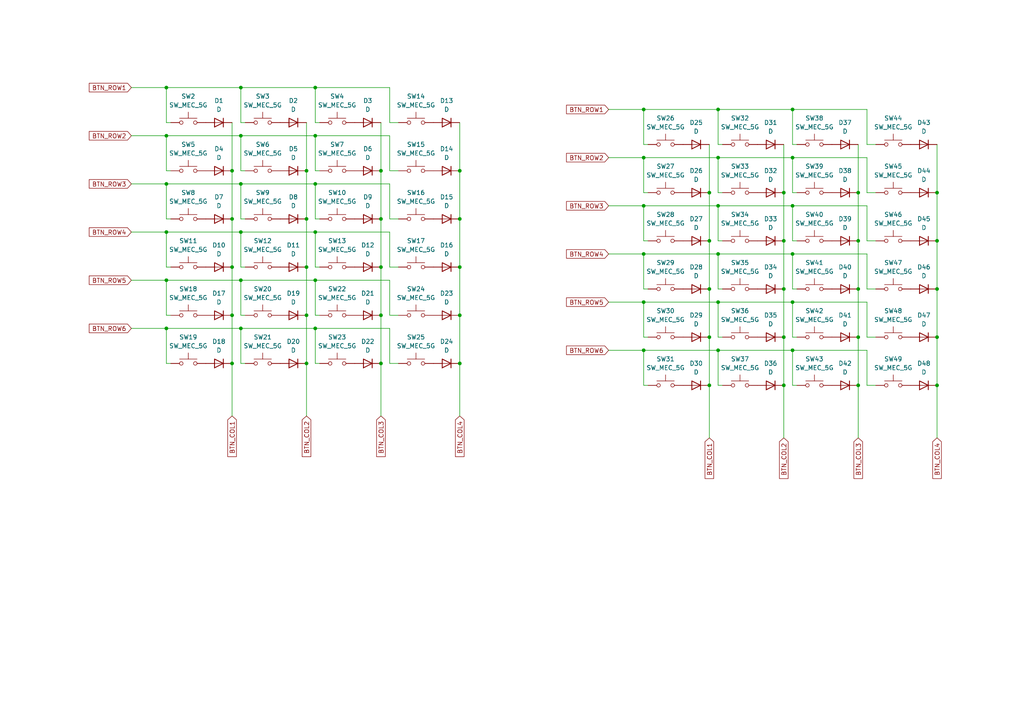
<source format=kicad_sch>
(kicad_sch (version 20231120) (generator "eeschema") (generator_version "8.0")
  (paper "A4")
  (lib_symbols
    (symbol "Device:D" (pin_numbers hide) (pin_names (offset 1.016) hide)
      (property "Reference" "D" (at 0 2.54 0))
      (property "Value" "D" (at 0 -2.54 0))
      (symbol "D_0_1"
        (polyline (pts (xy -1.27 1.27) (xy -1.27 -1.27)) (stroke (width 0.254)))
        (polyline (pts (xy 1.27 0) (xy -1.27 0)))
        (polyline (pts (xy 1.27 1.27) (xy 1.27 -1.27) (xy -1.27 0) (xy 1.27 1.27)) (stroke (width 0.254)))
      )
      (symbol "D_1_1"
        (pin passive line (at -3.81 0 0) (length 2.54) (name "K") (number "1"))
        (pin passive line (at 3.81 0 180) (length 2.54) (name "A") (number "2"))
      )
    )
    (symbol "Switch:SW_MEC_5G" (pin_numbers hide) (pin_names (offset 1.016) hide)
      (property "Reference" "SW" (at 1.27 2.54 0))
      (property "Value" "SW_MEC_5G" (at 0 -1.524 0))
      (symbol "SW_MEC_5G_0_1"
        (circle (center -2.032 0) (radius 0.508))
        (polyline (pts (xy 0 1.27) (xy 0 3.048)))
        (polyline (pts (xy 2.54 1.27) (xy -2.54 1.27)))
        (circle (center 2.032 0) (radius 0.508))
        (pin passive line (at -5.08 0 0) (length 2.54) (name "A") (number "1"))
        (pin passive line (at 5.08 0 180) (length 2.54) (name "B") (number "3"))
      )
      (symbol "SW_MEC_5G_1_1"
        (pin passive line (at -5.08 0 0) (length 2.54) hide (name "A") (number "2"))
        (pin passive line (at 5.08 0 180) (length 2.54) hide (name "B") (number "4"))
      )
    )
  )
  (junction (at 133.35 77.47))
  (junction (at 48.26 81.28))
  (junction (at 88.9 77.47))
  (junction (at 208.28 45.72))
  (junction (at 227.33 69.85))
  (junction (at 271.78 55.88))
  (junction (at 229.87 73.66))
  (junction (at 248.92 111.76))
  (junction (at 205.74 69.85))
  (junction (at 69.85 95.25))
  (junction (at 91.44 95.25))
  (junction (at 208.28 59.69))
  (junction (at 186.69 101.6))
  (junction (at 69.85 39.37))
  (junction (at 248.92 83.82))
  (junction (at 69.85 81.28))
  (junction (at 229.87 87.63))
  (junction (at 205.74 97.79))
  (junction (at 67.31 63.5))
  (junction (at 91.44 81.28))
  (junction (at 69.85 53.34))
  (junction (at 67.31 105.41))
  (junction (at 186.69 31.75))
  (junction (at 91.44 25.4))
  (junction (at 91.44 67.31))
  (junction (at 133.35 105.41))
  (junction (at 67.31 77.47))
  (junction (at 88.9 91.44))
  (junction (at 110.49 77.47))
  (junction (at 67.31 49.53))
  (junction (at 67.31 91.44))
  (junction (at 91.44 53.34))
  (junction (at 271.78 83.82))
  (junction (at 88.9 63.5))
  (junction (at 48.26 95.25))
  (junction (at 69.85 67.31))
  (junction (at 133.35 63.5))
  (junction (at 88.9 105.41))
  (junction (at 133.35 49.53))
  (junction (at 227.33 97.79))
  (junction (at 205.74 83.82))
  (junction (at 208.28 31.75))
  (junction (at 186.69 59.69))
  (junction (at 110.49 63.5))
  (junction (at 91.44 39.37))
  (junction (at 229.87 59.69))
  (junction (at 229.87 45.72))
  (junction (at 110.49 49.53))
  (junction (at 133.35 91.44))
  (junction (at 208.28 101.6))
  (junction (at 186.69 73.66))
  (junction (at 88.9 49.53))
  (junction (at 208.28 87.63))
  (junction (at 229.87 31.75))
  (junction (at 110.49 105.41))
  (junction (at 229.87 101.6))
  (junction (at 205.74 55.88))
  (junction (at 110.49 91.44))
  (junction (at 186.69 45.72))
  (junction (at 208.28 73.66))
  (junction (at 69.85 25.4))
  (junction (at 48.26 39.37))
  (junction (at 48.26 25.4))
  (junction (at 227.33 111.76))
  (junction (at 271.78 69.85))
  (junction (at 48.26 53.34))
  (junction (at 186.69 87.63))
  (junction (at 48.26 67.31))
  (junction (at 271.78 111.76))
  (junction (at 227.33 83.82))
  (junction (at 205.74 111.76))
  (junction (at 248.92 97.79))
  (junction (at 248.92 55.88))
  (junction (at 271.78 97.79))
  (junction (at 227.33 55.88))
  (junction (at 248.92 69.85))
  (wire (pts (xy 48.26 63.5) (xy 49.53 63.5)))
  (wire (pts (xy 229.87 83.82) (xy 231.14 83.82)))
  (wire (pts (xy 113.03 67.31) (xy 91.44 67.31)))
  (wire (pts (xy 88.9 77.47) (xy 88.9 91.44)))
  (wire (pts (xy 69.85 95.25) (xy 48.26 95.25)))
  (wire (pts (xy 133.35 105.41) (xy 133.35 120.65)))
  (wire (pts (xy 48.26 35.56) (xy 49.53 35.56)))
  (wire (pts (xy 227.33 83.82) (xy 227.33 97.79)))
  (wire (pts (xy 251.46 69.85) (xy 254 69.85)))
  (wire (pts (xy 251.46 87.63) (xy 229.87 87.63)))
  (wire (pts (xy 38.1 81.28) (xy 48.26 81.28)))
  (wire (pts (xy 271.78 55.88) (xy 271.78 69.85)))
  (wire (pts (xy 227.33 41.91) (xy 227.33 55.88)))
  (wire (pts (xy 229.87 101.6) (xy 208.28 101.6)))
  (wire (pts (xy 176.53 101.6) (xy 186.69 101.6)))
  (wire (pts (xy 67.31 77.47) (xy 67.31 91.44)))
  (wire (pts (xy 113.03 63.5) (xy 115.57 63.5)))
  (wire (pts (xy 88.9 35.56) (xy 88.9 49.53)))
  (wire (pts (xy 69.85 39.37) (xy 48.26 39.37)))
  (wire (pts (xy 229.87 111.76) (xy 231.14 111.76)))
  (wire (pts (xy 229.87 41.91) (xy 229.87 31.75)))
  (wire (pts (xy 229.87 97.79) (xy 231.14 97.79)))
  (wire (pts (xy 113.03 77.47) (xy 115.57 77.47)))
  (wire (pts (xy 227.33 111.76) (xy 227.33 127)))
  (wire (pts (xy 186.69 111.76) (xy 187.96 111.76)))
  (wire (pts (xy 176.53 73.66) (xy 186.69 73.66)))
  (wire (pts (xy 208.28 101.6) (xy 186.69 101.6)))
  (wire (pts (xy 251.46 55.88) (xy 254 55.88)))
  (wire (pts (xy 133.35 91.44) (xy 133.35 105.41)))
  (wire (pts (xy 176.53 59.69) (xy 186.69 59.69)))
  (wire (pts (xy 186.69 83.82) (xy 186.69 73.66)))
  (wire (pts (xy 251.46 69.85) (xy 251.46 59.69)))
  (wire (pts (xy 67.31 91.44) (xy 67.31 105.41)))
  (wire (pts (xy 186.69 41.91) (xy 187.96 41.91)))
  (wire (pts (xy 271.78 97.79) (xy 271.78 111.76)))
  (wire (pts (xy 113.03 95.25) (xy 91.44 95.25)))
  (wire (pts (xy 176.53 87.63) (xy 186.69 87.63)))
  (wire (pts (xy 208.28 97.79) (xy 208.28 87.63)))
  (wire (pts (xy 113.03 91.44) (xy 113.03 81.28)))
  (wire (pts (xy 227.33 69.85) (xy 227.33 83.82)))
  (wire (pts (xy 113.03 105.41) (xy 113.03 95.25)))
  (wire (pts (xy 205.74 55.88) (xy 205.74 69.85)))
  (wire (pts (xy 271.78 111.76) (xy 271.78 127)))
  (wire (pts (xy 271.78 69.85) (xy 271.78 83.82)))
  (wire (pts (xy 110.49 77.47) (xy 110.49 91.44)))
  (wire (pts (xy 91.44 91.44) (xy 92.71 91.44)))
  (wire (pts (xy 69.85 49.53) (xy 69.85 39.37)))
  (wire (pts (xy 48.26 77.47) (xy 49.53 77.47)))
  (wire (pts (xy 229.87 73.66) (xy 208.28 73.66)))
  (wire (pts (xy 229.87 69.85) (xy 231.14 69.85)))
  (wire (pts (xy 251.46 41.91) (xy 251.46 31.75)))
  (wire (pts (xy 133.35 63.5) (xy 133.35 77.47)))
  (wire (pts (xy 229.87 97.79) (xy 229.87 87.63)))
  (wire (pts (xy 110.49 105.41) (xy 110.49 120.65)))
  (wire (pts (xy 208.28 31.75) (xy 186.69 31.75)))
  (wire (pts (xy 229.87 55.88) (xy 231.14 55.88)))
  (wire (pts (xy 110.49 91.44) (xy 110.49 105.41)))
  (wire (pts (xy 38.1 39.37) (xy 48.26 39.37)))
  (wire (pts (xy 113.03 53.34) (xy 91.44 53.34)))
  (wire (pts (xy 88.9 91.44) (xy 88.9 105.41)))
  (wire (pts (xy 205.74 111.76) (xy 205.74 127)))
  (wire (pts (xy 229.87 69.85) (xy 229.87 59.69)))
  (wire (pts (xy 208.28 41.91) (xy 209.55 41.91)))
  (wire (pts (xy 91.44 53.34) (xy 69.85 53.34)))
  (wire (pts (xy 186.69 111.76) (xy 186.69 101.6)))
  (wire (pts (xy 208.28 69.85) (xy 209.55 69.85)))
  (wire (pts (xy 208.28 111.76) (xy 209.55 111.76)))
  (wire (pts (xy 67.31 35.56) (xy 67.31 49.53)))
  (wire (pts (xy 205.74 41.91) (xy 205.74 55.88)))
  (wire (pts (xy 113.03 81.28) (xy 91.44 81.28)))
  (wire (pts (xy 91.44 35.56) (xy 92.71 35.56)))
  (wire (pts (xy 251.46 73.66) (xy 229.87 73.66)))
  (wire (pts (xy 69.85 25.4) (xy 48.26 25.4)))
  (wire (pts (xy 91.44 95.25) (xy 69.85 95.25)))
  (wire (pts (xy 91.44 77.47) (xy 91.44 67.31)))
  (wire (pts (xy 91.44 35.56) (xy 91.44 25.4)))
  (wire (pts (xy 251.46 31.75) (xy 229.87 31.75)))
  (wire (pts (xy 208.28 55.88) (xy 209.55 55.88)))
  (wire (pts (xy 38.1 67.31) (xy 48.26 67.31)))
  (wire (pts (xy 227.33 55.88) (xy 227.33 69.85)))
  (wire (pts (xy 69.85 105.41) (xy 71.12 105.41)))
  (wire (pts (xy 88.9 105.41) (xy 88.9 120.65)))
  (wire (pts (xy 208.28 45.72) (xy 186.69 45.72)))
  (wire (pts (xy 251.46 41.91) (xy 254 41.91)))
  (wire (pts (xy 208.28 59.69) (xy 186.69 59.69)))
  (wire (pts (xy 91.44 81.28) (xy 69.85 81.28)))
  (wire (pts (xy 186.69 97.79) (xy 187.96 97.79)))
  (wire (pts (xy 208.28 97.79) (xy 209.55 97.79)))
  (wire (pts (xy 88.9 49.53) (xy 88.9 63.5)))
  (wire (pts (xy 248.92 111.76) (xy 248.92 127)))
  (wire (pts (xy 88.9 63.5) (xy 88.9 77.47)))
  (wire (pts (xy 48.26 105.41) (xy 49.53 105.41)))
  (wire (pts (xy 69.85 49.53) (xy 71.12 49.53)))
  (wire (pts (xy 67.31 105.41) (xy 67.31 120.65)))
  (wire (pts (xy 113.03 49.53) (xy 113.03 39.37)))
  (wire (pts (xy 251.46 45.72) (xy 229.87 45.72)))
  (wire (pts (xy 186.69 83.82) (xy 187.96 83.82)))
  (wire (pts (xy 208.28 83.82) (xy 209.55 83.82)))
  (wire (pts (xy 208.28 69.85) (xy 208.28 59.69)))
  (wire (pts (xy 248.92 41.91) (xy 248.92 55.88)))
  (wire (pts (xy 91.44 39.37) (xy 69.85 39.37)))
  (wire (pts (xy 113.03 77.47) (xy 113.03 67.31)))
  (wire (pts (xy 205.74 83.82) (xy 205.74 97.79)))
  (wire (pts (xy 271.78 41.91) (xy 271.78 55.88)))
  (wire (pts (xy 69.85 67.31) (xy 48.26 67.31)))
  (wire (pts (xy 113.03 91.44) (xy 115.57 91.44)))
  (wire (pts (xy 110.49 63.5) (xy 110.49 77.47)))
  (wire (pts (xy 251.46 97.79) (xy 254 97.79)))
  (wire (pts (xy 229.87 41.91) (xy 231.14 41.91)))
  (wire (pts (xy 208.28 83.82) (xy 208.28 73.66)))
  (wire (pts (xy 271.78 83.82) (xy 271.78 97.79)))
  (wire (pts (xy 251.46 83.82) (xy 254 83.82)))
  (wire (pts (xy 113.03 63.5) (xy 113.03 53.34)))
  (wire (pts (xy 91.44 63.5) (xy 92.71 63.5)))
  (wire (pts (xy 67.31 49.53) (xy 67.31 63.5)))
  (wire (pts (xy 69.85 35.56) (xy 71.12 35.56)))
  (wire (pts (xy 48.26 39.37) (xy 48.26 49.53)))
  (wire (pts (xy 48.26 25.4) (xy 38.1 25.4)))
  (wire (pts (xy 248.92 55.88) (xy 248.92 69.85)))
  (wire (pts (xy 133.35 49.53) (xy 133.35 63.5)))
  (wire (pts (xy 251.46 59.69) (xy 229.87 59.69)))
  (wire (pts (xy 205.74 69.85) (xy 205.74 83.82)))
  (wire (pts (xy 91.44 77.47) (xy 92.71 77.47)))
  (wire (pts (xy 113.03 25.4) (xy 91.44 25.4)))
  (wire (pts (xy 227.33 97.79) (xy 227.33 111.76)))
  (wire (pts (xy 38.1 95.25) (xy 48.26 95.25)))
  (wire (pts (xy 113.03 35.56) (xy 113.03 25.4)))
  (wire (pts (xy 208.28 55.88) (xy 208.28 45.72)))
  (wire (pts (xy 251.46 111.76) (xy 254 111.76)))
  (wire (pts (xy 48.26 35.56) (xy 48.26 25.4)))
  (wire (pts (xy 229.87 59.69) (xy 208.28 59.69)))
  (wire (pts (xy 208.28 41.91) (xy 208.28 31.75)))
  (wire (pts (xy 48.26 77.47) (xy 48.26 67.31)))
  (wire (pts (xy 248.92 83.82) (xy 248.92 97.79)))
  (wire (pts (xy 48.26 49.53) (xy 49.53 49.53)))
  (wire (pts (xy 48.26 91.44) (xy 48.26 81.28)))
  (wire (pts (xy 113.03 39.37) (xy 91.44 39.37)))
  (wire (pts (xy 69.85 91.44) (xy 69.85 81.28)))
  (wire (pts (xy 113.03 35.56) (xy 115.57 35.56)))
  (wire (pts (xy 110.49 49.53) (xy 110.49 63.5)))
  (wire (pts (xy 208.28 87.63) (xy 186.69 87.63)))
  (wire (pts (xy 91.44 25.4) (xy 69.85 25.4)))
  (wire (pts (xy 69.85 77.47) (xy 71.12 77.47)))
  (wire (pts (xy 251.46 111.76) (xy 251.46 101.6)))
  (wire (pts (xy 91.44 105.41) (xy 91.44 95.25)))
  (wire (pts (xy 69.85 35.56) (xy 69.85 25.4)))
  (wire (pts (xy 113.03 105.41) (xy 115.57 105.41)))
  (wire (pts (xy 91.44 91.44) (xy 91.44 81.28)))
  (wire (pts (xy 229.87 83.82) (xy 229.87 73.66)))
  (wire (pts (xy 48.26 105.41) (xy 48.26 95.25)))
  (wire (pts (xy 91.44 63.5) (xy 91.44 53.34)))
  (wire (pts (xy 69.85 63.5) (xy 69.85 53.34)))
  (wire (pts (xy 208.28 73.66) (xy 186.69 73.66)))
  (wire (pts (xy 251.46 55.88) (xy 251.46 45.72)))
  (wire (pts (xy 208.28 111.76) (xy 208.28 101.6)))
  (wire (pts (xy 186.69 69.85) (xy 187.96 69.85)))
  (wire (pts (xy 186.69 31.75) (xy 176.53 31.75)))
  (wire (pts (xy 133.35 77.47) (xy 133.35 91.44)))
  (wire (pts (xy 91.44 49.53) (xy 91.44 39.37)))
  (wire (pts (xy 251.46 101.6) (xy 229.87 101.6)))
  (wire (pts (xy 69.85 105.41) (xy 69.85 95.25)))
  (wire (pts (xy 248.92 69.85) (xy 248.92 83.82)))
  (wire (pts (xy 229.87 45.72) (xy 208.28 45.72)))
  (wire (pts (xy 186.69 97.79) (xy 186.69 87.63)))
  (wire (pts (xy 113.03 49.53) (xy 115.57 49.53)))
  (wire (pts (xy 229.87 55.88) (xy 229.87 45.72)))
  (wire (pts (xy 229.87 31.75) (xy 208.28 31.75)))
  (wire (pts (xy 67.31 63.5) (xy 67.31 77.47)))
  (wire (pts (xy 251.46 97.79) (xy 251.46 87.63)))
  (wire (pts (xy 48.26 63.5) (xy 48.26 53.34)))
  (wire (pts (xy 69.85 53.34) (xy 48.26 53.34)))
  (wire (pts (xy 186.69 45.72) (xy 186.69 55.88)))
  (wire (pts (xy 69.85 91.44) (xy 71.12 91.44)))
  (wire (pts (xy 186.69 55.88) (xy 187.96 55.88)))
  (wire (pts (xy 186.69 69.85) (xy 186.69 59.69)))
  (wire (pts (xy 248.92 97.79) (xy 248.92 111.76)))
  (wire (pts (xy 229.87 87.63) (xy 208.28 87.63)))
  (wire (pts (xy 69.85 63.5) (xy 71.12 63.5)))
  (wire (pts (xy 110.49 35.56) (xy 110.49 49.53)))
  (wire (pts (xy 91.44 105.41) (xy 92.71 105.41)))
  (wire (pts (xy 69.85 81.28) (xy 48.26 81.28)))
  (wire (pts (xy 205.74 97.79) (xy 205.74 111.76)))
  (wire (pts (xy 91.44 49.53) (xy 92.71 49.53)))
  (wire (pts (xy 69.85 77.47) (xy 69.85 67.31)))
  (wire (pts (xy 176.53 45.72) (xy 186.69 45.72)))
  (wire (pts (xy 251.46 83.82) (xy 251.46 73.66)))
  (wire (pts (xy 133.35 35.56) (xy 133.35 49.53)))
  (wire (pts (xy 48.26 91.44) (xy 49.53 91.44)))
  (wire (pts (xy 229.87 111.76) (xy 229.87 101.6)))
  (wire (pts (xy 186.69 41.91) (xy 186.69 31.75)))
  (wire (pts (xy 91.44 67.31) (xy 69.85 67.31)))
  (wire (pts (xy 38.1 53.34) (xy 48.26 53.34)))
  (global_label "BTN_ROW3" (shape input) (at 38.1 53.34 180) (property "Intersheetrefs" "${INTERSHEET_REFS}" (effects (hide yes))))
  (global_label "BTN_ROW3" (shape input) (at 176.53 59.69 180) (property "Intersheetrefs" "${INTERSHEET_REFS}" (effects (hide yes))))
  (global_label "BTN_ROW1" (shape input) (at 176.53 31.75 180) (property "Intersheetrefs" "${INTERSHEET_REFS}" (effects (hide yes))))
  (global_label "BTN_ROW6" (shape input) (at 176.53 101.6 180) (property "Intersheetrefs" "${INTERSHEET_REFS}" (effects (hide yes))))
  (global_label "BTN_ROW2" (shape input) (at 176.53 45.72 180) (property "Intersheetrefs" "${INTERSHEET_REFS}" (effects (hide yes))))
  (global_label "BTN_COL2" (shape input) (at 88.9 120.65 270) (property "Intersheetrefs" "${INTERSHEET_REFS}" (effects (hide yes))))
  (global_label "BTN_COL4" (shape input) (at 271.78 127 270) (property "Intersheetrefs" "${INTERSHEET_REFS}" (effects (hide yes))))
  (global_label "BTN_ROW2" (shape input) (at 38.1 39.37 180) (property "Intersheetrefs" "${INTERSHEET_REFS}" (effects (hide yes))))
  (global_label "BTN_ROW4" (shape input) (at 176.53 73.66 180) (property "Intersheetrefs" "${INTERSHEET_REFS}" (effects (hide yes))))
  (global_label "BTN_COL3" (shape input) (at 248.92 127 270) (property "Intersheetrefs" "${INTERSHEET_REFS}" (effects (hide yes))))
  (global_label "BTN_COL1" (shape input) (at 205.74 127 270) (property "Intersheetrefs" "${INTERSHEET_REFS}" (effects (hide yes))))
  (global_label "BTN_ROW6" (shape input) (at 38.1 95.25 180) (property "Intersheetrefs" "${INTERSHEET_REFS}" (effects (hide yes))))
  (global_label "BTN_COL2" (shape input) (at 227.33 127 270) (property "Intersheetrefs" "${INTERSHEET_REFS}" (effects (hide yes))))
  (global_label "BTN_COL3" (shape input) (at 110.49 120.65 270) (property "Intersheetrefs" "${INTERSHEET_REFS}" (effects (hide yes))))
  (global_label "BTN_ROW5" (shape input) (at 38.1 81.28 180) (property "Intersheetrefs" "${INTERSHEET_REFS}" (effects (hide yes))))
  (global_label "BTN_ROW1" (shape input) (at 38.1 25.4 180) (property "Intersheetrefs" "${INTERSHEET_REFS}" (effects (hide yes))))
  (global_label "BTN_COL4" (shape input) (at 133.35 120.65 270) (property "Intersheetrefs" "${INTERSHEET_REFS}" (effects (hide yes))))
  (global_label "BTN_ROW4" (shape input) (at 38.1 67.31 180) (property "Intersheetrefs" "${INTERSHEET_REFS}" (effects (hide yes))))
  (global_label "BTN_COL1" (shape input) (at 67.31 120.65 270) (property "Intersheetrefs" "${INTERSHEET_REFS}" (effects (hide yes))))
  (global_label "BTN_ROW5" (shape input) (at 176.53 87.63 180) (property "Intersheetrefs" "${INTERSHEET_REFS}" (effects (hide yes))))
  (symbol (lib_id "Switch:SW_MEC_5G") (at 259.08 69.85 0) (unit 1)
    (property "Reference" "SW46" (at 259.08 62.23 0))
    (property "Value" "SW_MEC_5G" (at 259.08 64.77 0))
    (property "Datasheet" "http://www.apem.com/int/index.php?controller=attachment&id_attachment=488" (effects (hide yes)))
    (property "Description" "MEC 5G single pole normally-open tactile switch" (effects (hide yes)))
  )
  (symbol (lib_id "Switch:SW_MEC_5G") (at 193.04 69.85 0) (unit 1)
    (property "Reference" "SW28" (at 193.04 62.23 0))
    (property "Value" "SW_MEC_5G" (at 193.04 64.77 0))
    (property "Datasheet" "http://www.apem.com/int/index.php?controller=attachment&id_attachment=488" (effects (hide yes)))
    (property "Description" "MEC 5G single pole normally-open tactile switch" (effects (hide yes)))
  )
  (symbol (lib_id "Switch:SW_MEC_5G") (at 214.63 111.76 0) (unit 1)
    (property "Reference" "SW37" (at 214.63 104.14 0))
    (property "Value" "SW_MEC_5G" (at 214.63 106.68 0))
    (property "Datasheet" "http://www.apem.com/int/index.php?controller=attachment&id_attachment=488" (effects (hide yes)))
    (property "Description" "MEC 5G single pole normally-open tactile switch" (effects (hide yes)))
  )
  (symbol (lib_id "Switch:SW_MEC_5G") (at 120.65 91.44 0) (unit 1)
    (property "Reference" "SW24" (at 120.65 83.82 0))
    (property "Value" "SW_MEC_5G" (at 120.65 86.36 0))
    (property "Datasheet" "http://www.apem.com/int/index.php?controller=attachment&id_attachment=488" (effects (hide yes)))
    (property "Description" "MEC 5G single pole normally-open tactile switch" (effects (hide yes)))
  )
  (symbol (lib_id "Switch:SW_MEC_5G") (at 54.61 105.41 0) (unit 1)
    (property "Reference" "SW19" (at 54.61 97.79 0))
    (property "Value" "SW_MEC_5G" (at 54.61 100.33 0))
    (property "Datasheet" "http://www.apem.com/int/index.php?controller=attachment&id_attachment=488" (effects (hide yes)))
    (property "Description" "MEC 5G single pole normally-open tactile switch" (effects (hide yes)))
  )
  (symbol (lib_id "Device:D") (at 85.09 35.56 180) (unit 1)
    (property "Reference" "D2" (at 85.09 29.21 0))
    (property "Value" "D" (at 85.09 31.75 0))
    (property "Description" "Diode" (effects (hide yes)))
    (property "Sim.Device" "D" (effects (hide yes)))
    (property "Sim.Pins" "1=K 2=A" (effects (hide yes)))
  )
  (symbol (lib_id "Device:D") (at 106.68 63.5 180) (unit 1)
    (property "Reference" "D9" (at 106.68 57.15 0))
    (property "Value" "D" (at 106.68 59.69 0))
    (property "Description" "Diode" (effects (hide yes)))
    (property "Sim.Device" "D" (effects (hide yes)))
    (property "Sim.Pins" "1=K 2=A" (effects (hide yes)))
  )
  (symbol (lib_id "Device:D") (at 201.93 41.91 180) (unit 1)
    (property "Reference" "D25" (at 201.93 35.56 0))
    (property "Value" "D" (at 201.93 38.1 0))
    (property "Description" "Diode" (effects (hide yes)))
    (property "Sim.Device" "D" (effects (hide yes)))
    (property "Sim.Pins" "1=K 2=A" (effects (hide yes)))
  )
  (symbol (lib_id "Device:D") (at 201.93 111.76 180) (unit 1)
    (property "Reference" "D30" (at 201.93 105.41 0))
    (property "Value" "D" (at 201.93 107.95 0))
    (property "Description" "Diode" (effects (hide yes)))
    (property "Sim.Device" "D" (effects (hide yes)))
    (property "Sim.Pins" "1=K 2=A" (effects (hide yes)))
  )
  (symbol (lib_id "Switch:SW_MEC_5G") (at 120.65 35.56 0) (unit 1)
    (property "Reference" "SW14" (at 120.65 27.94 0))
    (property "Value" "SW_MEC_5G" (at 120.65 30.48 0))
    (property "Datasheet" "http://www.apem.com/int/index.php?controller=attachment&id_attachment=488" (effects (hide yes)))
    (property "Description" "MEC 5G single pole normally-open tactile switch" (effects (hide yes)))
  )
  (symbol (lib_id "Device:D") (at 106.68 35.56 180) (unit 1)
    (property "Reference" "D3" (at 106.68 29.21 0))
    (property "Value" "D" (at 106.68 31.75 0))
    (property "Description" "Diode" (effects (hide yes)))
    (property "Sim.Device" "D" (effects (hide yes)))
    (property "Sim.Pins" "1=K 2=A" (effects (hide yes)))
  )
  (symbol (lib_id "Device:D") (at 245.11 111.76 180) (unit 1)
    (property "Reference" "D42" (at 245.11 105.41 0))
    (property "Value" "D" (at 245.11 107.95 0))
    (property "Description" "Diode" (effects (hide yes)))
    (property "Sim.Device" "D" (effects (hide yes)))
    (property "Sim.Pins" "1=K 2=A" (effects (hide yes)))
  )
  (symbol (lib_id "Device:D") (at 245.11 69.85 180) (unit 1)
    (property "Reference" "D39" (at 245.11 63.5 0))
    (property "Value" "D" (at 245.11 66.04 0))
    (property "Description" "Diode" (effects (hide yes)))
    (property "Sim.Device" "D" (effects (hide yes)))
    (property "Sim.Pins" "1=K 2=A" (effects (hide yes)))
  )
  (symbol (lib_id "Device:D") (at 85.09 77.47 180) (unit 1)
    (property "Reference" "D11" (at 85.09 71.12 0))
    (property "Value" "D" (at 85.09 73.66 0))
    (property "Description" "Diode" (effects (hide yes)))
    (property "Sim.Device" "D" (effects (hide yes)))
    (property "Sim.Pins" "1=K 2=A" (effects (hide yes)))
  )
  (symbol (lib_id "Switch:SW_MEC_5G") (at 193.04 97.79 0) (unit 1)
    (property "Reference" "SW30" (at 193.04 90.17 0))
    (property "Value" "SW_MEC_5G" (at 193.04 92.71 0))
    (property "Datasheet" "http://www.apem.com/int/index.php?controller=attachment&id_attachment=488" (effects (hide yes)))
    (property "Description" "MEC 5G single pole normally-open tactile switch" (effects (hide yes)))
  )
  (symbol (lib_id "Switch:SW_MEC_5G") (at 97.79 105.41 0) (unit 1)
    (property "Reference" "SW23" (at 97.79 97.79 0))
    (property "Value" "SW_MEC_5G" (at 97.79 100.33 0))
    (property "Datasheet" "http://www.apem.com/int/index.php?controller=attachment&id_attachment=488" (effects (hide yes)))
    (property "Description" "MEC 5G single pole normally-open tactile switch" (effects (hide yes)))
  )
  (symbol (lib_id "Switch:SW_MEC_5G") (at 193.04 55.88 0) (unit 1)
    (property "Reference" "SW27" (at 193.04 48.26 0))
    (property "Value" "SW_MEC_5G" (at 193.04 50.8 0))
    (property "Datasheet" "http://www.apem.com/int/index.php?controller=attachment&id_attachment=488" (effects (hide yes)))
    (property "Description" "MEC 5G single pole normally-open tactile switch" (effects (hide yes)))
  )
  (symbol (lib_id "Switch:SW_MEC_5G") (at 236.22 69.85 0) (unit 1)
    (property "Reference" "SW40" (at 236.22 62.23 0))
    (property "Value" "SW_MEC_5G" (at 236.22 64.77 0))
    (property "Datasheet" "http://www.apem.com/int/index.php?controller=attachment&id_attachment=488" (effects (hide yes)))
    (property "Description" "MEC 5G single pole normally-open tactile switch" (effects (hide yes)))
  )
  (symbol (lib_id "Device:D") (at 63.5 91.44 180) (unit 1)
    (property "Reference" "D17" (at 63.5 85.09 0))
    (property "Value" "D" (at 63.5 87.63 0))
    (property "Description" "Diode" (effects (hide yes)))
    (property "Sim.Device" "D" (effects (hide yes)))
    (property "Sim.Pins" "1=K 2=A" (effects (hide yes)))
  )
  (symbol (lib_id "Switch:SW_MEC_5G") (at 76.2 77.47 0) (unit 1)
    (property "Reference" "SW12" (at 76.2 69.85 0))
    (property "Value" "SW_MEC_5G" (at 76.2 72.39 0))
    (property "Datasheet" "http://www.apem.com/int/index.php?controller=attachment&id_attachment=488" (effects (hide yes)))
    (property "Description" "MEC 5G single pole normally-open tactile switch" (effects (hide yes)))
  )
  (symbol (lib_id "Device:D") (at 129.54 105.41 180) (unit 1)
    (property "Reference" "D24" (at 129.54 99.06 0))
    (property "Value" "D" (at 129.54 101.6 0))
    (property "Description" "Diode" (effects (hide yes)))
    (property "Sim.Device" "D" (effects (hide yes)))
    (property "Sim.Pins" "1=K 2=A" (effects (hide yes)))
  )
  (symbol (lib_id "Device:D") (at 85.09 63.5 180) (unit 1)
    (property "Reference" "D8" (at 85.09 57.15 0))
    (property "Value" "D" (at 85.09 59.69 0))
    (property "Description" "Diode" (effects (hide yes)))
    (property "Sim.Device" "D" (effects (hide yes)))
    (property "Sim.Pins" "1=K 2=A" (effects (hide yes)))
  )
  (symbol (lib_id "Device:D") (at 63.5 35.56 180) (unit 1)
    (property "Reference" "D1" (at 63.5 29.21 0))
    (property "Value" "D" (at 63.5 31.75 0))
    (property "Description" "Diode" (effects (hide yes)))
    (property "Sim.Device" "D" (effects (hide yes)))
    (property "Sim.Pins" "1=K 2=A" (effects (hide yes)))
  )
  (symbol (lib_id "Device:D") (at 63.5 105.41 180) (unit 1)
    (property "Reference" "D18" (at 63.5 99.06 0))
    (property "Value" "D" (at 63.5 101.6 0))
    (property "Description" "Diode" (effects (hide yes)))
    (property "Sim.Device" "D" (effects (hide yes)))
    (property "Sim.Pins" "1=K 2=A" (effects (hide yes)))
  )
  (symbol (lib_id "Switch:SW_MEC_5G") (at 120.65 63.5 0) (unit 1)
    (property "Reference" "SW16" (at 120.65 55.88 0))
    (property "Value" "SW_MEC_5G" (at 120.65 58.42 0))
    (property "Datasheet" "http://www.apem.com/int/index.php?controller=attachment&id_attachment=488" (effects (hide yes)))
    (property "Description" "MEC 5G single pole normally-open tactile switch" (effects (hide yes)))
  )
  (symbol (lib_id "Switch:SW_MEC_5G") (at 259.08 97.79 0) (unit 1)
    (property "Reference" "SW48" (at 259.08 90.17 0))
    (property "Value" "SW_MEC_5G" (at 259.08 92.71 0))
    (property "Datasheet" "http://www.apem.com/int/index.php?controller=attachment&id_attachment=488" (effects (hide yes)))
    (property "Description" "MEC 5G single pole normally-open tactile switch" (effects (hide yes)))
  )
  (symbol (lib_id "Device:D") (at 223.52 83.82 180) (unit 1)
    (property "Reference" "D34" (at 223.52 77.47 0))
    (property "Value" "D" (at 223.52 80.01 0))
    (property "Description" "Diode" (effects (hide yes)))
    (property "Sim.Device" "D" (effects (hide yes)))
    (property "Sim.Pins" "1=K 2=A" (effects (hide yes)))
  )
  (symbol (lib_id "Device:D") (at 223.52 41.91 180) (unit 1)
    (property "Reference" "D31" (at 223.52 35.56 0))
    (property "Value" "D" (at 223.52 38.1 0))
    (property "Description" "Diode" (effects (hide yes)))
    (property "Sim.Device" "D" (effects (hide yes)))
    (property "Sim.Pins" "1=K 2=A" (effects (hide yes)))
  )
  (symbol (lib_id "Switch:SW_MEC_5G") (at 193.04 83.82 0) (unit 1)
    (property "Reference" "SW29" (at 193.04 76.2 0))
    (property "Value" "SW_MEC_5G" (at 193.04 78.74 0))
    (property "Datasheet" "http://www.apem.com/int/index.php?controller=attachment&id_attachment=488" (effects (hide yes)))
    (property "Description" "MEC 5G single pole normally-open tactile switch" (effects (hide yes)))
  )
  (symbol (lib_id "Device:D") (at 129.54 49.53 180) (unit 1)
    (property "Reference" "D14" (at 129.54 43.18 0))
    (property "Value" "D" (at 129.54 45.72 0))
    (property "Description" "Diode" (effects (hide yes)))
    (property "Sim.Device" "D" (effects (hide yes)))
    (property "Sim.Pins" "1=K 2=A" (effects (hide yes)))
  )
  (symbol (lib_id "Device:D") (at 106.68 105.41 180) (unit 1)
    (property "Reference" "D22" (at 106.68 99.06 0))
    (property "Value" "D" (at 106.68 101.6 0))
    (property "Description" "Diode" (effects (hide yes)))
    (property "Sim.Device" "D" (effects (hide yes)))
    (property "Sim.Pins" "1=K 2=A" (effects (hide yes)))
  )
  (symbol (lib_id "Device:D") (at 223.52 111.76 180) (unit 1)
    (property "Reference" "D36" (at 223.52 105.41 0))
    (property "Value" "D" (at 223.52 107.95 0))
    (property "Description" "Diode" (effects (hide yes)))
    (property "Sim.Device" "D" (effects (hide yes)))
    (property "Sim.Pins" "1=K 2=A" (effects (hide yes)))
  )
  (symbol (lib_id "Switch:SW_MEC_5G") (at 76.2 35.56 0) (unit 1)
    (property "Reference" "SW3" (at 76.2 27.94 0))
    (property "Value" "SW_MEC_5G" (at 76.2 30.48 0))
    (property "Datasheet" "http://www.apem.com/int/index.php?controller=attachment&id_attachment=488" (effects (hide yes)))
    (property "Description" "MEC 5G single pole normally-open tactile switch" (effects (hide yes)))
  )
  (symbol (lib_id "Switch:SW_MEC_5G") (at 236.22 41.91 0) (unit 1)
    (property "Reference" "SW38" (at 236.22 34.29 0))
    (property "Value" "SW_MEC_5G" (at 236.22 36.83 0))
    (property "Datasheet" "http://www.apem.com/int/index.php?controller=attachment&id_attachment=488" (effects (hide yes)))
    (property "Description" "MEC 5G single pole normally-open tactile switch" (effects (hide yes)))
  )
  (symbol (lib_id "Device:D") (at 129.54 63.5 180) (unit 1)
    (property "Reference" "D15" (at 129.54 57.15 0))
    (property "Value" "D" (at 129.54 59.69 0))
    (property "Description" "Diode" (effects (hide yes)))
    (property "Sim.Device" "D" (effects (hide yes)))
    (property "Sim.Pins" "1=K 2=A" (effects (hide yes)))
  )
  (symbol (lib_id "Switch:SW_MEC_5G") (at 76.2 49.53 0) (unit 1)
    (property "Reference" "SW6" (at 76.2 41.91 0))
    (property "Value" "SW_MEC_5G" (at 76.2 44.45 0))
    (property "Datasheet" "http://www.apem.com/int/index.php?controller=attachment&id_attachment=488" (effects (hide yes)))
    (property "Description" "MEC 5G single pole normally-open tactile switch" (effects (hide yes)))
  )
  (symbol (lib_id "Device:D") (at 201.93 97.79 180) (unit 1)
    (property "Reference" "D29" (at 201.93 91.44 0))
    (property "Value" "D" (at 201.93 93.98 0))
    (property "Description" "Diode" (effects (hide yes)))
    (property "Sim.Device" "D" (effects (hide yes)))
    (property "Sim.Pins" "1=K 2=A" (effects (hide yes)))
  )
  (symbol (lib_id "Switch:SW_MEC_5G") (at 97.79 91.44 0) (unit 1)
    (property "Reference" "SW22" (at 97.79 83.82 0))
    (property "Value" "SW_MEC_5G" (at 97.79 86.36 0))
    (property "Datasheet" "http://www.apem.com/int/index.php?controller=attachment&id_attachment=488" (effects (hide yes)))
    (property "Description" "MEC 5G single pole normally-open tactile switch" (effects (hide yes)))
  )
  (symbol (lib_id "Device:D") (at 267.97 83.82 180) (unit 1)
    (property "Reference" "D46" (at 267.97 77.47 0))
    (property "Value" "D" (at 267.97 80.01 0))
    (property "Description" "Diode" (effects (hide yes)))
    (property "Sim.Device" "D" (effects (hide yes)))
    (property "Sim.Pins" "1=K 2=A" (effects (hide yes)))
  )
  (symbol (lib_id "Switch:SW_MEC_5G") (at 76.2 63.5 0) (unit 1)
    (property "Reference" "SW9" (at 76.2 55.88 0))
    (property "Value" "SW_MEC_5G" (at 76.2 58.42 0))
    (property "Datasheet" "http://www.apem.com/int/index.php?controller=attachment&id_attachment=488" (effects (hide yes)))
    (property "Description" "MEC 5G single pole normally-open tactile switch" (effects (hide yes)))
  )
  (symbol (lib_id "Switch:SW_MEC_5G") (at 214.63 69.85 0) (unit 1)
    (property "Reference" "SW34" (at 214.63 62.23 0))
    (property "Value" "SW_MEC_5G" (at 214.63 64.77 0))
    (property "Datasheet" "http://www.apem.com/int/index.php?controller=attachment&id_attachment=488" (effects (hide yes)))
    (property "Description" "MEC 5G single pole normally-open tactile switch" (effects (hide yes)))
  )
  (symbol (lib_id "Switch:SW_MEC_5G") (at 214.63 83.82 0) (unit 1)
    (property "Reference" "SW35" (at 214.63 76.2 0))
    (property "Value" "SW_MEC_5G" (at 214.63 78.74 0))
    (property "Datasheet" "http://www.apem.com/int/index.php?controller=attachment&id_attachment=488" (effects (hide yes)))
    (property "Description" "MEC 5G single pole normally-open tactile switch" (effects (hide yes)))
  )
  (symbol (lib_id "Device:D") (at 223.52 97.79 180) (unit 1)
    (property "Reference" "D35" (at 223.52 91.44 0))
    (property "Value" "D" (at 223.52 93.98 0))
    (property "Description" "Diode" (effects (hide yes)))
    (property "Sim.Device" "D" (effects (hide yes)))
    (property "Sim.Pins" "1=K 2=A" (effects (hide yes)))
  )
  (symbol (lib_id "Switch:SW_MEC_5G") (at 97.79 49.53 0) (unit 1)
    (property "Reference" "SW7" (at 97.79 41.91 0))
    (property "Value" "SW_MEC_5G" (at 97.79 44.45 0))
    (property "Datasheet" "http://www.apem.com/int/index.php?controller=attachment&id_attachment=488" (effects (hide yes)))
    (property "Description" "MEC 5G single pole normally-open tactile switch" (effects (hide yes)))
  )
  (symbol (lib_id "Switch:SW_MEC_5G") (at 259.08 83.82 0) (unit 1)
    (property "Reference" "SW47" (at 259.08 76.2 0))
    (property "Value" "SW_MEC_5G" (at 259.08 78.74 0))
    (property "Datasheet" "http://www.apem.com/int/index.php?controller=attachment&id_attachment=488" (effects (hide yes)))
    (property "Description" "MEC 5G single pole normally-open tactile switch" (effects (hide yes)))
  )
  (symbol (lib_id "Device:D") (at 129.54 77.47 180) (unit 1)
    (property "Reference" "D16" (at 129.54 71.12 0))
    (property "Value" "D" (at 129.54 73.66 0))
    (property "Description" "Diode" (effects (hide yes)))
    (property "Sim.Device" "D" (effects (hide yes)))
    (property "Sim.Pins" "1=K 2=A" (effects (hide yes)))
  )
  (symbol (lib_id "Switch:SW_MEC_5G") (at 54.61 91.44 0) (unit 1)
    (property "Reference" "SW18" (at 54.61 83.82 0))
    (property "Value" "SW_MEC_5G" (at 54.61 86.36 0))
    (property "Datasheet" "http://www.apem.com/int/index.php?controller=attachment&id_attachment=488" (effects (hide yes)))
    (property "Description" "MEC 5G single pole normally-open tactile switch" (effects (hide yes)))
  )
  (symbol (lib_id "Switch:SW_MEC_5G") (at 76.2 91.44 0) (unit 1)
    (property "Reference" "SW20" (at 76.2 83.82 0))
    (property "Value" "SW_MEC_5G" (at 76.2 86.36 0))
    (property "Datasheet" "http://www.apem.com/int/index.php?controller=attachment&id_attachment=488" (effects (hide yes)))
    (property "Description" "MEC 5G single pole normally-open tactile switch" (effects (hide yes)))
  )
  (symbol (lib_id "Device:D") (at 106.68 49.53 180) (unit 1)
    (property "Reference" "D6" (at 106.68 43.18 0))
    (property "Value" "D" (at 106.68 45.72 0))
    (property "Description" "Diode" (effects (hide yes)))
    (property "Sim.Device" "D" (effects (hide yes)))
    (property "Sim.Pins" "1=K 2=A" (effects (hide yes)))
  )
  (symbol (lib_id "Device:D") (at 245.11 41.91 180) (unit 1)
    (property "Reference" "D37" (at 245.11 35.56 0))
    (property "Value" "D" (at 245.11 38.1 0))
    (property "Description" "Diode" (effects (hide yes)))
    (property "Sim.Device" "D" (effects (hide yes)))
    (property "Sim.Pins" "1=K 2=A" (effects (hide yes)))
  )
  (symbol (lib_id "Switch:SW_MEC_5G") (at 76.2 105.41 0) (unit 1)
    (property "Reference" "SW21" (at 76.2 97.79 0))
    (property "Value" "SW_MEC_5G" (at 76.2 100.33 0))
    (property "Datasheet" "http://www.apem.com/int/index.php?controller=attachment&id_attachment=488" (effects (hide yes)))
    (property "Description" "MEC 5G single pole normally-open tactile switch" (effects (hide yes)))
  )
  (symbol (lib_id "Device:D") (at 129.54 91.44 180) (unit 1)
    (property "Reference" "D23" (at 129.54 85.09 0))
    (property "Value" "D" (at 129.54 87.63 0))
    (property "Description" "Diode" (effects (hide yes)))
    (property "Sim.Device" "D" (effects (hide yes)))
    (property "Sim.Pins" "1=K 2=A" (effects (hide yes)))
  )
  (symbol (lib_id "Device:D") (at 223.52 55.88 180) (unit 1)
    (property "Reference" "D32" (at 223.52 49.53 0))
    (property "Value" "D" (at 223.52 52.07 0))
    (property "Description" "Diode" (effects (hide yes)))
    (property "Sim.Device" "D" (effects (hide yes)))
    (property "Sim.Pins" "1=K 2=A" (effects (hide yes)))
  )
  (symbol (lib_id "Device:D") (at 85.09 49.53 180) (unit 1)
    (property "Reference" "D5" (at 85.09 43.18 0))
    (property "Value" "D" (at 85.09 45.72 0))
    (property "Description" "Diode" (effects (hide yes)))
    (property "Sim.Device" "D" (effects (hide yes)))
    (property "Sim.Pins" "1=K 2=A" (effects (hide yes)))
  )
  (symbol (lib_id "Device:D") (at 201.93 83.82 180) (unit 1)
    (property "Reference" "D28" (at 201.93 77.47 0))
    (property "Value" "D" (at 201.93 80.01 0))
    (property "Description" "Diode" (effects (hide yes)))
    (property "Sim.Device" "D" (effects (hide yes)))
    (property "Sim.Pins" "1=K 2=A" (effects (hide yes)))
  )
  (symbol (lib_id "Switch:SW_MEC_5G") (at 236.22 83.82 0) (unit 1)
    (property "Reference" "SW41" (at 236.22 76.2 0))
    (property "Value" "SW_MEC_5G" (at 236.22 78.74 0))
    (property "Datasheet" "http://www.apem.com/int/index.php?controller=attachment&id_attachment=488" (effects (hide yes)))
    (property "Description" "MEC 5G single pole normally-open tactile switch" (effects (hide yes)))
  )
  (symbol (lib_id "Device:D") (at 201.93 55.88 180) (unit 1)
    (property "Reference" "D26" (at 201.93 49.53 0))
    (property "Value" "D" (at 201.93 52.07 0))
    (property "Description" "Diode" (effects (hide yes)))
    (property "Sim.Device" "D" (effects (hide yes)))
    (property "Sim.Pins" "1=K 2=A" (effects (hide yes)))
  )
  (symbol (lib_id "Switch:SW_MEC_5G") (at 214.63 55.88 0) (unit 1)
    (property "Reference" "SW33" (at 214.63 48.26 0))
    (property "Value" "SW_MEC_5G" (at 214.63 50.8 0))
    (property "Datasheet" "http://www.apem.com/int/index.php?controller=attachment&id_attachment=488" (effects (hide yes)))
    (property "Description" "MEC 5G single pole normally-open tactile switch" (effects (hide yes)))
  )
  (symbol (lib_id "Switch:SW_MEC_5G") (at 193.04 111.76 0) (unit 1)
    (property "Reference" "SW31" (at 193.04 104.14 0))
    (property "Value" "SW_MEC_5G" (at 193.04 106.68 0))
    (property "Datasheet" "http://www.apem.com/int/index.php?controller=attachment&id_attachment=488" (effects (hide yes)))
    (property "Description" "MEC 5G single pole normally-open tactile switch" (effects (hide yes)))
  )
  (symbol (lib_id "Device:D") (at 63.5 49.53 180) (unit 1)
    (property "Reference" "D4" (at 63.5 43.18 0))
    (property "Value" "D" (at 63.5 45.72 0))
    (property "Description" "Diode" (effects (hide yes)))
    (property "Sim.Device" "D" (effects (hide yes)))
    (property "Sim.Pins" "1=K 2=A" (effects (hide yes)))
  )
  (symbol (lib_id "Device:D") (at 63.5 63.5 180) (unit 1)
    (property "Reference" "D7" (at 63.5 57.15 0))
    (property "Value" "D" (at 63.5 59.69 0))
    (property "Description" "Diode" (effects (hide yes)))
    (property "Sim.Device" "D" (effects (hide yes)))
    (property "Sim.Pins" "1=K 2=A" (effects (hide yes)))
  )
  (symbol (lib_id "Switch:SW_MEC_5G") (at 214.63 97.79 0) (unit 1)
    (property "Reference" "SW36" (at 214.63 90.17 0))
    (property "Value" "SW_MEC_5G" (at 214.63 92.71 0))
    (property "Datasheet" "http://www.apem.com/int/index.php?controller=attachment&id_attachment=488" (effects (hide yes)))
    (property "Description" "MEC 5G single pole normally-open tactile switch" (effects (hide yes)))
  )
  (symbol (lib_id "Device:D") (at 63.5 77.47 180) (unit 1)
    (property "Reference" "D10" (at 63.5 71.12 0))
    (property "Value" "D" (at 63.5 73.66 0))
    (property "Description" "Diode" (effects (hide yes)))
    (property "Sim.Device" "D" (effects (hide yes)))
    (property "Sim.Pins" "1=K 2=A" (effects (hide yes)))
  )
  (symbol (lib_id "Device:D") (at 267.97 55.88 180) (unit 1)
    (property "Reference" "D44" (at 267.97 49.53 0))
    (property "Value" "D" (at 267.97 52.07 0))
    (property "Description" "Diode" (effects (hide yes)))
    (property "Sim.Device" "D" (effects (hide yes)))
    (property "Sim.Pins" "1=K 2=A" (effects (hide yes)))
  )
  (symbol (lib_id "Switch:SW_MEC_5G") (at 97.79 35.56 0) (unit 1)
    (property "Reference" "SW4" (at 97.79 27.94 0))
    (property "Value" "SW_MEC_5G" (at 97.79 30.48 0))
    (property "Datasheet" "http://www.apem.com/int/index.php?controller=attachment&id_attachment=488" (effects (hide yes)))
    (property "Description" "MEC 5G single pole normally-open tactile switch" (effects (hide yes)))
  )
  (symbol (lib_id "Switch:SW_MEC_5G") (at 236.22 55.88 0) (unit 1)
    (property "Reference" "SW39" (at 236.22 48.26 0))
    (property "Value" "SW_MEC_5G" (at 236.22 50.8 0))
    (property "Datasheet" "http://www.apem.com/int/index.php?controller=attachment&id_attachment=488" (effects (hide yes)))
    (property "Description" "MEC 5G single pole normally-open tactile switch" (effects (hide yes)))
  )
  (symbol (lib_id "Device:D") (at 245.11 83.82 180) (unit 1)
    (property "Reference" "D40" (at 245.11 77.47 0))
    (property "Value" "D" (at 245.11 80.01 0))
    (property "Description" "Diode" (effects (hide yes)))
    (property "Sim.Device" "D" (effects (hide yes)))
    (property "Sim.Pins" "1=K 2=A" (effects (hide yes)))
  )
  (symbol (lib_id "Device:D") (at 267.97 111.76 180) (unit 1)
    (property "Reference" "D48" (at 267.97 105.41 0))
    (property "Value" "D" (at 267.97 107.95 0))
    (property "Description" "Diode" (effects (hide yes)))
    (property "Sim.Device" "D" (effects (hide yes)))
    (property "Sim.Pins" "1=K 2=A" (effects (hide yes)))
  )
  (symbol (lib_id "Switch:SW_MEC_5G") (at 97.79 63.5 0) (unit 1)
    (property "Reference" "SW10" (at 97.79 55.88 0))
    (property "Value" "SW_MEC_5G" (at 97.79 58.42 0))
    (property "Datasheet" "http://www.apem.com/int/index.php?controller=attachment&id_attachment=488" (effects (hide yes)))
    (property "Description" "MEC 5G single pole normally-open tactile switch" (effects (hide yes)))
  )
  (symbol (lib_id "Switch:SW_MEC_5G") (at 259.08 41.91 0) (unit 1)
    (property "Reference" "SW44" (at 259.08 34.29 0))
    (property "Value" "SW_MEC_5G" (at 259.08 36.83 0))
    (property "Datasheet" "http://www.apem.com/int/index.php?controller=attachment&id_attachment=488" (effects (hide yes)))
    (property "Description" "MEC 5G single pole normally-open tactile switch" (effects (hide yes)))
  )
  (symbol (lib_id "Device:D") (at 106.68 91.44 180) (unit 1)
    (property "Reference" "D21" (at 106.68 85.09 0))
    (property "Value" "D" (at 106.68 87.63 0))
    (property "Description" "Diode" (effects (hide yes)))
    (property "Sim.Device" "D" (effects (hide yes)))
    (property "Sim.Pins" "1=K 2=A" (effects (hide yes)))
  )
  (symbol (lib_id "Device:D") (at 201.93 69.85 180) (unit 1)
    (property "Reference" "D27" (at 201.93 63.5 0))
    (property "Value" "D" (at 201.93 66.04 0))
    (property "Description" "Diode" (effects (hide yes)))
    (property "Sim.Device" "D" (effects (hide yes)))
    (property "Sim.Pins" "1=K 2=A" (effects (hide yes)))
  )
  (symbol (lib_id "Device:D") (at 267.97 69.85 180) (unit 1)
    (property "Reference" "D45" (at 267.97 63.5 0))
    (property "Value" "D" (at 267.97 66.04 0))
    (property "Description" "Diode" (effects (hide yes)))
    (property "Sim.Device" "D" (effects (hide yes)))
    (property "Sim.Pins" "1=K 2=A" (effects (hide yes)))
  )
  (symbol (lib_id "Switch:SW_MEC_5G") (at 54.61 77.47 0) (unit 1)
    (property "Reference" "SW11" (at 54.61 69.85 0))
    (property "Value" "SW_MEC_5G" (at 54.61 72.39 0))
    (property "Datasheet" "http://www.apem.com/int/index.php?controller=attachment&id_attachment=488" (effects (hide yes)))
    (property "Description" "MEC 5G single pole normally-open tactile switch" (effects (hide yes)))
  )
  (symbol (lib_id "Switch:SW_MEC_5G") (at 214.63 41.91 0) (unit 1)
    (property "Reference" "SW32" (at 214.63 34.29 0))
    (property "Value" "SW_MEC_5G" (at 214.63 36.83 0))
    (property "Datasheet" "http://www.apem.com/int/index.php?controller=attachment&id_attachment=488" (effects (hide yes)))
    (property "Description" "MEC 5G single pole normally-open tactile switch" (effects (hide yes)))
  )
  (symbol (lib_id "Switch:SW_MEC_5G") (at 120.65 77.47 0) (unit 1)
    (property "Reference" "SW17" (at 120.65 69.85 0))
    (property "Value" "SW_MEC_5G" (at 120.65 72.39 0))
    (property "Datasheet" "http://www.apem.com/int/index.php?controller=attachment&id_attachment=488" (effects (hide yes)))
    (property "Description" "MEC 5G single pole normally-open tactile switch" (effects (hide yes)))
  )
  (symbol (lib_id "Switch:SW_MEC_5G") (at 236.22 111.76 0) (unit 1)
    (property "Reference" "SW43" (at 236.22 104.14 0))
    (property "Value" "SW_MEC_5G" (at 236.22 106.68 0))
    (property "Datasheet" "http://www.apem.com/int/index.php?controller=attachment&id_attachment=488" (effects (hide yes)))
    (property "Description" "MEC 5G single pole normally-open tactile switch" (effects (hide yes)))
  )
  (symbol (lib_id "Switch:SW_MEC_5G") (at 54.61 35.56 0) (unit 1)
    (property "Reference" "SW2" (at 54.61 27.94 0))
    (property "Value" "SW_MEC_5G" (at 54.61 30.48 0))
    (property "Datasheet" "http://www.apem.com/int/index.php?controller=attachment&id_attachment=488" (effects (hide yes)))
    (property "Description" "MEC 5G single pole normally-open tactile switch" (effects (hide yes)))
  )
  (symbol (lib_id "Switch:SW_MEC_5G") (at 120.65 105.41 0) (unit 1)
    (property "Reference" "SW25" (at 120.65 97.79 0))
    (property "Value" "SW_MEC_5G" (at 120.65 100.33 0))
    (property "Datasheet" "http://www.apem.com/int/index.php?controller=attachment&id_attachment=488" (effects (hide yes)))
    (property "Description" "MEC 5G single pole normally-open tactile switch" (effects (hide yes)))
  )
  (symbol (lib_id "Device:D") (at 223.52 69.85 180) (unit 1)
    (property "Reference" "D33" (at 223.52 63.5 0))
    (property "Value" "D" (at 223.52 66.04 0))
    (property "Description" "Diode" (effects (hide yes)))
    (property "Sim.Device" "D" (effects (hide yes)))
    (property "Sim.Pins" "1=K 2=A" (effects (hide yes)))
  )
  (symbol (lib_id "Device:D") (at 85.09 105.41 180) (unit 1)
    (property "Reference" "D20" (at 85.09 99.06 0))
    (property "Value" "D" (at 85.09 101.6 0))
    (property "Description" "Diode" (effects (hide yes)))
    (property "Sim.Device" "D" (effects (hide yes)))
    (property "Sim.Pins" "1=K 2=A" (effects (hide yes)))
  )
  (symbol (lib_id "Switch:SW_MEC_5G") (at 54.61 63.5 0) (unit 1)
    (property "Reference" "SW8" (at 54.61 55.88 0))
    (property "Value" "SW_MEC_5G" (at 54.61 58.42 0))
    (property "Datasheet" "http://www.apem.com/int/index.php?controller=attachment&id_attachment=488" (effects (hide yes)))
    (property "Description" "MEC 5G single pole normally-open tactile switch" (effects (hide yes)))
  )
  (symbol (lib_id "Switch:SW_MEC_5G") (at 120.65 49.53 0) (unit 1)
    (property "Reference" "SW15" (at 120.65 41.91 0))
    (property "Value" "SW_MEC_5G" (at 120.65 44.45 0))
    (property "Datasheet" "http://www.apem.com/int/index.php?controller=attachment&id_attachment=488" (effects (hide yes)))
    (property "Description" "MEC 5G single pole normally-open tactile switch" (effects (hide yes)))
  )
  (symbol (lib_id "Switch:SW_MEC_5G") (at 259.08 55.88 0) (unit 1)
    (property "Reference" "SW45" (at 259.08 48.26 0))
    (property "Value" "SW_MEC_5G" (at 259.08 50.8 0))
    (property "Datasheet" "http://www.apem.com/int/index.php?controller=attachment&id_attachment=488" (effects (hide yes)))
    (property "Description" "MEC 5G single pole normally-open tactile switch" (effects (hide yes)))
  )
  (symbol (lib_id "Device:D") (at 267.97 41.91 180) (unit 1)
    (property "Reference" "D43" (at 267.97 35.56 0))
    (property "Value" "D" (at 267.97 38.1 0))
    (property "Description" "Diode" (effects (hide yes)))
    (property "Sim.Device" "D" (effects (hide yes)))
    (property "Sim.Pins" "1=K 2=A" (effects (hide yes)))
  )
  (symbol (lib_id "Device:D") (at 245.11 55.88 180) (unit 1)
    (property "Reference" "D38" (at 245.11 49.53 0))
    (property "Value" "D" (at 245.11 52.07 0))
    (property "Description" "Diode" (effects (hide yes)))
    (property "Sim.Device" "D" (effects (hide yes)))
    (property "Sim.Pins" "1=K 2=A" (effects (hide yes)))
  )
  (symbol (lib_id "Switch:SW_MEC_5G") (at 97.79 77.47 0) (unit 1)
    (property "Reference" "SW13" (at 97.79 69.85 0))
    (property "Value" "SW_MEC_5G" (at 97.79 72.39 0))
    (property "Datasheet" "http://www.apem.com/int/index.php?controller=attachment&id_attachment=488" (effects (hide yes)))
    (property "Description" "MEC 5G single pole normally-open tactile switch" (effects (hide yes)))
  )
  (symbol (lib_id "Device:D") (at 267.97 97.79 180) (unit 1)
    (property "Reference" "D47" (at 267.97 91.44 0))
    (property "Value" "D" (at 267.97 93.98 0))
    (property "Description" "Diode" (effects (hide yes)))
    (property "Sim.Device" "D" (effects (hide yes)))
    (property "Sim.Pins" "1=K 2=A" (effects (hide yes)))
  )
  (symbol (lib_id "Device:D") (at 245.11 97.79 180) (unit 1)
    (property "Reference" "D41" (at 245.11 91.44 0))
    (property "Value" "D" (at 245.11 93.98 0))
    (property "Description" "Diode" (effects (hide yes)))
    (property "Sim.Device" "D" (effects (hide yes)))
    (property "Sim.Pins" "1=K 2=A" (effects (hide yes)))
  )
  (symbol (lib_id "Device:D") (at 85.09 91.44 180) (unit 1)
    (property "Reference" "D19" (at 85.09 85.09 0))
    (property "Value" "D" (at 85.09 87.63 0))
    (property "Description" "Diode" (effects (hide yes)))
    (property "Sim.Device" "D" (effects (hide yes)))
    (property "Sim.Pins" "1=K 2=A" (effects (hide yes)))
  )
  (symbol (lib_id "Switch:SW_MEC_5G") (at 236.22 97.79 0) (unit 1)
    (property "Reference" "SW42" (at 236.22 90.17 0))
    (property "Value" "SW_MEC_5G" (at 236.22 92.71 0))
    (property "Datasheet" "http://www.apem.com/int/index.php?controller=attachment&id_attachment=488" (effects (hide yes)))
    (property "Description" "MEC 5G single pole normally-open tactile switch" (effects (hide yes)))
  )
  (symbol (lib_id "Switch:SW_MEC_5G") (at 54.61 49.53 0) (unit 1)
    (property "Reference" "SW5" (at 54.61 41.91 0))
    (property "Value" "SW_MEC_5G" (at 54.61 44.45 0))
    (property "Datasheet" "http://www.apem.com/int/index.php?controller=attachment&id_attachment=488" (effects (hide yes)))
    (property "Description" "MEC 5G single pole normally-open tactile switch" (effects (hide yes)))
  )
  (symbol (lib_id "Device:D") (at 106.68 77.47 180) (unit 1)
    (property "Reference" "D12" (at 106.68 71.12 0))
    (property "Value" "D" (at 106.68 73.66 0))
    (property "Description" "Diode" (effects (hide yes)))
    (property "Sim.Device" "D" (effects (hide yes)))
    (property "Sim.Pins" "1=K 2=A" (effects (hide yes)))
  )
  (symbol (lib_id "Switch:SW_MEC_5G") (at 259.08 111.76 0) (unit 1)
    (property "Reference" "SW49" (at 259.08 104.14 0))
    (property "Value" "SW_MEC_5G" (at 259.08 106.68 0))
    (property "Datasheet" "http://www.apem.com/int/index.php?controller=attachment&id_attachment=488" (effects (hide yes)))
    (property "Description" "MEC 5G single pole normally-open tactile switch" (effects (hide yes)))
  )
  (symbol (lib_id "Switch:SW_MEC_5G") (at 193.04 41.91 0) (unit 1)
    (property "Reference" "SW26" (at 193.04 34.29 0))
    (property "Value" "SW_MEC_5G" (at 193.04 36.83 0))
    (property "Datasheet" "http://www.apem.com/int/index.php?controller=attachment&id_attachment=488" (effects (hide yes)))
    (property "Description" "MEC 5G single pole normally-open tactile switch" (effects (hide yes)))
  )
  (symbol (lib_id "Device:D") (at 129.54 35.56 180) (unit 1)
    (property "Reference" "D13" (at 129.54 29.21 0))
    (property "Value" "D" (at 129.54 31.75 0))
    (property "Description" "Diode" (effects (hide yes)))
    (property "Sim.Device" "D" (effects (hide yes)))
    (property "Sim.Pins" "1=K 2=A" (effects (hide yes)))
  )
)
</source>
